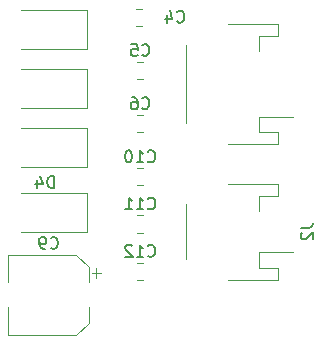
<source format=gbr>
%TF.GenerationSoftware,KiCad,Pcbnew,9.0.6*%
%TF.CreationDate,2025-12-25T16:33:08+05:30*%
%TF.ProjectId,GitHub2,47697448-7562-4322-9e6b-696361645f70,rev?*%
%TF.SameCoordinates,Original*%
%TF.FileFunction,Legend,Bot*%
%TF.FilePolarity,Positive*%
%FSLAX46Y46*%
G04 Gerber Fmt 4.6, Leading zero omitted, Abs format (unit mm)*
G04 Created by KiCad (PCBNEW 9.0.6) date 2025-12-25 16:33:08*
%MOMM*%
%LPD*%
G01*
G04 APERTURE LIST*
%ADD10C,0.150000*%
%ADD11C,0.120000*%
G04 APERTURE END LIST*
D10*
X27192857Y-34179580D02*
X27240476Y-34227200D01*
X27240476Y-34227200D02*
X27383333Y-34274819D01*
X27383333Y-34274819D02*
X27478571Y-34274819D01*
X27478571Y-34274819D02*
X27621428Y-34227200D01*
X27621428Y-34227200D02*
X27716666Y-34131961D01*
X27716666Y-34131961D02*
X27764285Y-34036723D01*
X27764285Y-34036723D02*
X27811904Y-33846247D01*
X27811904Y-33846247D02*
X27811904Y-33703390D01*
X27811904Y-33703390D02*
X27764285Y-33512914D01*
X27764285Y-33512914D02*
X27716666Y-33417676D01*
X27716666Y-33417676D02*
X27621428Y-33322438D01*
X27621428Y-33322438D02*
X27478571Y-33274819D01*
X27478571Y-33274819D02*
X27383333Y-33274819D01*
X27383333Y-33274819D02*
X27240476Y-33322438D01*
X27240476Y-33322438D02*
X27192857Y-33370057D01*
X26240476Y-34274819D02*
X26811904Y-34274819D01*
X26526190Y-34274819D02*
X26526190Y-33274819D01*
X26526190Y-33274819D02*
X26621428Y-33417676D01*
X26621428Y-33417676D02*
X26716666Y-33512914D01*
X26716666Y-33512914D02*
X26811904Y-33560533D01*
X25859523Y-33370057D02*
X25811904Y-33322438D01*
X25811904Y-33322438D02*
X25716666Y-33274819D01*
X25716666Y-33274819D02*
X25478571Y-33274819D01*
X25478571Y-33274819D02*
X25383333Y-33322438D01*
X25383333Y-33322438D02*
X25335714Y-33370057D01*
X25335714Y-33370057D02*
X25288095Y-33465295D01*
X25288095Y-33465295D02*
X25288095Y-33560533D01*
X25288095Y-33560533D02*
X25335714Y-33703390D01*
X25335714Y-33703390D02*
X25907142Y-34274819D01*
X25907142Y-34274819D02*
X25288095Y-34274819D01*
X40154819Y-31816666D02*
X40869104Y-31816666D01*
X40869104Y-31816666D02*
X41011961Y-31769047D01*
X41011961Y-31769047D02*
X41107200Y-31673809D01*
X41107200Y-31673809D02*
X41154819Y-31530952D01*
X41154819Y-31530952D02*
X41154819Y-31435714D01*
X40250057Y-32245238D02*
X40202438Y-32292857D01*
X40202438Y-32292857D02*
X40154819Y-32388095D01*
X40154819Y-32388095D02*
X40154819Y-32626190D01*
X40154819Y-32626190D02*
X40202438Y-32721428D01*
X40202438Y-32721428D02*
X40250057Y-32769047D01*
X40250057Y-32769047D02*
X40345295Y-32816666D01*
X40345295Y-32816666D02*
X40440533Y-32816666D01*
X40440533Y-32816666D02*
X40583390Y-32769047D01*
X40583390Y-32769047D02*
X41154819Y-32197619D01*
X41154819Y-32197619D02*
X41154819Y-32816666D01*
X19238094Y-28454819D02*
X19238094Y-27454819D01*
X19238094Y-27454819D02*
X18999999Y-27454819D01*
X18999999Y-27454819D02*
X18857142Y-27502438D01*
X18857142Y-27502438D02*
X18761904Y-27597676D01*
X18761904Y-27597676D02*
X18714285Y-27692914D01*
X18714285Y-27692914D02*
X18666666Y-27883390D01*
X18666666Y-27883390D02*
X18666666Y-28026247D01*
X18666666Y-28026247D02*
X18714285Y-28216723D01*
X18714285Y-28216723D02*
X18761904Y-28311961D01*
X18761904Y-28311961D02*
X18857142Y-28407200D01*
X18857142Y-28407200D02*
X18999999Y-28454819D01*
X18999999Y-28454819D02*
X19238094Y-28454819D01*
X17809523Y-27788152D02*
X17809523Y-28454819D01*
X18047618Y-27407200D02*
X18285713Y-28121485D01*
X18285713Y-28121485D02*
X17666666Y-28121485D01*
X26716666Y-21679580D02*
X26764285Y-21727200D01*
X26764285Y-21727200D02*
X26907142Y-21774819D01*
X26907142Y-21774819D02*
X27002380Y-21774819D01*
X27002380Y-21774819D02*
X27145237Y-21727200D01*
X27145237Y-21727200D02*
X27240475Y-21631961D01*
X27240475Y-21631961D02*
X27288094Y-21536723D01*
X27288094Y-21536723D02*
X27335713Y-21346247D01*
X27335713Y-21346247D02*
X27335713Y-21203390D01*
X27335713Y-21203390D02*
X27288094Y-21012914D01*
X27288094Y-21012914D02*
X27240475Y-20917676D01*
X27240475Y-20917676D02*
X27145237Y-20822438D01*
X27145237Y-20822438D02*
X27002380Y-20774819D01*
X27002380Y-20774819D02*
X26907142Y-20774819D01*
X26907142Y-20774819D02*
X26764285Y-20822438D01*
X26764285Y-20822438D02*
X26716666Y-20870057D01*
X25859523Y-20774819D02*
X26049999Y-20774819D01*
X26049999Y-20774819D02*
X26145237Y-20822438D01*
X26145237Y-20822438D02*
X26192856Y-20870057D01*
X26192856Y-20870057D02*
X26288094Y-21012914D01*
X26288094Y-21012914D02*
X26335713Y-21203390D01*
X26335713Y-21203390D02*
X26335713Y-21584342D01*
X26335713Y-21584342D02*
X26288094Y-21679580D01*
X26288094Y-21679580D02*
X26240475Y-21727200D01*
X26240475Y-21727200D02*
X26145237Y-21774819D01*
X26145237Y-21774819D02*
X25954761Y-21774819D01*
X25954761Y-21774819D02*
X25859523Y-21727200D01*
X25859523Y-21727200D02*
X25811904Y-21679580D01*
X25811904Y-21679580D02*
X25764285Y-21584342D01*
X25764285Y-21584342D02*
X25764285Y-21346247D01*
X25764285Y-21346247D02*
X25811904Y-21251009D01*
X25811904Y-21251009D02*
X25859523Y-21203390D01*
X25859523Y-21203390D02*
X25954761Y-21155771D01*
X25954761Y-21155771D02*
X26145237Y-21155771D01*
X26145237Y-21155771D02*
X26240475Y-21203390D01*
X26240475Y-21203390D02*
X26288094Y-21251009D01*
X26288094Y-21251009D02*
X26335713Y-21346247D01*
X18966666Y-33509580D02*
X19014285Y-33557200D01*
X19014285Y-33557200D02*
X19157142Y-33604819D01*
X19157142Y-33604819D02*
X19252380Y-33604819D01*
X19252380Y-33604819D02*
X19395237Y-33557200D01*
X19395237Y-33557200D02*
X19490475Y-33461961D01*
X19490475Y-33461961D02*
X19538094Y-33366723D01*
X19538094Y-33366723D02*
X19585713Y-33176247D01*
X19585713Y-33176247D02*
X19585713Y-33033390D01*
X19585713Y-33033390D02*
X19538094Y-32842914D01*
X19538094Y-32842914D02*
X19490475Y-32747676D01*
X19490475Y-32747676D02*
X19395237Y-32652438D01*
X19395237Y-32652438D02*
X19252380Y-32604819D01*
X19252380Y-32604819D02*
X19157142Y-32604819D01*
X19157142Y-32604819D02*
X19014285Y-32652438D01*
X19014285Y-32652438D02*
X18966666Y-32700057D01*
X18490475Y-33604819D02*
X18299999Y-33604819D01*
X18299999Y-33604819D02*
X18204761Y-33557200D01*
X18204761Y-33557200D02*
X18157142Y-33509580D01*
X18157142Y-33509580D02*
X18061904Y-33366723D01*
X18061904Y-33366723D02*
X18014285Y-33176247D01*
X18014285Y-33176247D02*
X18014285Y-32795295D01*
X18014285Y-32795295D02*
X18061904Y-32700057D01*
X18061904Y-32700057D02*
X18109523Y-32652438D01*
X18109523Y-32652438D02*
X18204761Y-32604819D01*
X18204761Y-32604819D02*
X18395237Y-32604819D01*
X18395237Y-32604819D02*
X18490475Y-32652438D01*
X18490475Y-32652438D02*
X18538094Y-32700057D01*
X18538094Y-32700057D02*
X18585713Y-32795295D01*
X18585713Y-32795295D02*
X18585713Y-33033390D01*
X18585713Y-33033390D02*
X18538094Y-33128628D01*
X18538094Y-33128628D02*
X18490475Y-33176247D01*
X18490475Y-33176247D02*
X18395237Y-33223866D01*
X18395237Y-33223866D02*
X18204761Y-33223866D01*
X18204761Y-33223866D02*
X18109523Y-33176247D01*
X18109523Y-33176247D02*
X18061904Y-33128628D01*
X18061904Y-33128628D02*
X18014285Y-33033390D01*
X27192857Y-26179580D02*
X27240476Y-26227200D01*
X27240476Y-26227200D02*
X27383333Y-26274819D01*
X27383333Y-26274819D02*
X27478571Y-26274819D01*
X27478571Y-26274819D02*
X27621428Y-26227200D01*
X27621428Y-26227200D02*
X27716666Y-26131961D01*
X27716666Y-26131961D02*
X27764285Y-26036723D01*
X27764285Y-26036723D02*
X27811904Y-25846247D01*
X27811904Y-25846247D02*
X27811904Y-25703390D01*
X27811904Y-25703390D02*
X27764285Y-25512914D01*
X27764285Y-25512914D02*
X27716666Y-25417676D01*
X27716666Y-25417676D02*
X27621428Y-25322438D01*
X27621428Y-25322438D02*
X27478571Y-25274819D01*
X27478571Y-25274819D02*
X27383333Y-25274819D01*
X27383333Y-25274819D02*
X27240476Y-25322438D01*
X27240476Y-25322438D02*
X27192857Y-25370057D01*
X26240476Y-26274819D02*
X26811904Y-26274819D01*
X26526190Y-26274819D02*
X26526190Y-25274819D01*
X26526190Y-25274819D02*
X26621428Y-25417676D01*
X26621428Y-25417676D02*
X26716666Y-25512914D01*
X26716666Y-25512914D02*
X26811904Y-25560533D01*
X25621428Y-25274819D02*
X25526190Y-25274819D01*
X25526190Y-25274819D02*
X25430952Y-25322438D01*
X25430952Y-25322438D02*
X25383333Y-25370057D01*
X25383333Y-25370057D02*
X25335714Y-25465295D01*
X25335714Y-25465295D02*
X25288095Y-25655771D01*
X25288095Y-25655771D02*
X25288095Y-25893866D01*
X25288095Y-25893866D02*
X25335714Y-26084342D01*
X25335714Y-26084342D02*
X25383333Y-26179580D01*
X25383333Y-26179580D02*
X25430952Y-26227200D01*
X25430952Y-26227200D02*
X25526190Y-26274819D01*
X25526190Y-26274819D02*
X25621428Y-26274819D01*
X25621428Y-26274819D02*
X25716666Y-26227200D01*
X25716666Y-26227200D02*
X25764285Y-26179580D01*
X25764285Y-26179580D02*
X25811904Y-26084342D01*
X25811904Y-26084342D02*
X25859523Y-25893866D01*
X25859523Y-25893866D02*
X25859523Y-25655771D01*
X25859523Y-25655771D02*
X25811904Y-25465295D01*
X25811904Y-25465295D02*
X25764285Y-25370057D01*
X25764285Y-25370057D02*
X25716666Y-25322438D01*
X25716666Y-25322438D02*
X25621428Y-25274819D01*
X27192857Y-30179580D02*
X27240476Y-30227200D01*
X27240476Y-30227200D02*
X27383333Y-30274819D01*
X27383333Y-30274819D02*
X27478571Y-30274819D01*
X27478571Y-30274819D02*
X27621428Y-30227200D01*
X27621428Y-30227200D02*
X27716666Y-30131961D01*
X27716666Y-30131961D02*
X27764285Y-30036723D01*
X27764285Y-30036723D02*
X27811904Y-29846247D01*
X27811904Y-29846247D02*
X27811904Y-29703390D01*
X27811904Y-29703390D02*
X27764285Y-29512914D01*
X27764285Y-29512914D02*
X27716666Y-29417676D01*
X27716666Y-29417676D02*
X27621428Y-29322438D01*
X27621428Y-29322438D02*
X27478571Y-29274819D01*
X27478571Y-29274819D02*
X27383333Y-29274819D01*
X27383333Y-29274819D02*
X27240476Y-29322438D01*
X27240476Y-29322438D02*
X27192857Y-29370057D01*
X26240476Y-30274819D02*
X26811904Y-30274819D01*
X26526190Y-30274819D02*
X26526190Y-29274819D01*
X26526190Y-29274819D02*
X26621428Y-29417676D01*
X26621428Y-29417676D02*
X26716666Y-29512914D01*
X26716666Y-29512914D02*
X26811904Y-29560533D01*
X25288095Y-30274819D02*
X25859523Y-30274819D01*
X25573809Y-30274819D02*
X25573809Y-29274819D01*
X25573809Y-29274819D02*
X25669047Y-29417676D01*
X25669047Y-29417676D02*
X25764285Y-29512914D01*
X25764285Y-29512914D02*
X25859523Y-29560533D01*
X26716666Y-17179580D02*
X26764285Y-17227200D01*
X26764285Y-17227200D02*
X26907142Y-17274819D01*
X26907142Y-17274819D02*
X27002380Y-17274819D01*
X27002380Y-17274819D02*
X27145237Y-17227200D01*
X27145237Y-17227200D02*
X27240475Y-17131961D01*
X27240475Y-17131961D02*
X27288094Y-17036723D01*
X27288094Y-17036723D02*
X27335713Y-16846247D01*
X27335713Y-16846247D02*
X27335713Y-16703390D01*
X27335713Y-16703390D02*
X27288094Y-16512914D01*
X27288094Y-16512914D02*
X27240475Y-16417676D01*
X27240475Y-16417676D02*
X27145237Y-16322438D01*
X27145237Y-16322438D02*
X27002380Y-16274819D01*
X27002380Y-16274819D02*
X26907142Y-16274819D01*
X26907142Y-16274819D02*
X26764285Y-16322438D01*
X26764285Y-16322438D02*
X26716666Y-16370057D01*
X25811904Y-16274819D02*
X26288094Y-16274819D01*
X26288094Y-16274819D02*
X26335713Y-16751009D01*
X26335713Y-16751009D02*
X26288094Y-16703390D01*
X26288094Y-16703390D02*
X26192856Y-16655771D01*
X26192856Y-16655771D02*
X25954761Y-16655771D01*
X25954761Y-16655771D02*
X25859523Y-16703390D01*
X25859523Y-16703390D02*
X25811904Y-16751009D01*
X25811904Y-16751009D02*
X25764285Y-16846247D01*
X25764285Y-16846247D02*
X25764285Y-17084342D01*
X25764285Y-17084342D02*
X25811904Y-17179580D01*
X25811904Y-17179580D02*
X25859523Y-17227200D01*
X25859523Y-17227200D02*
X25954761Y-17274819D01*
X25954761Y-17274819D02*
X26192856Y-17274819D01*
X26192856Y-17274819D02*
X26288094Y-17227200D01*
X26288094Y-17227200D02*
X26335713Y-17179580D01*
X29666666Y-14359580D02*
X29714285Y-14407200D01*
X29714285Y-14407200D02*
X29857142Y-14454819D01*
X29857142Y-14454819D02*
X29952380Y-14454819D01*
X29952380Y-14454819D02*
X30095237Y-14407200D01*
X30095237Y-14407200D02*
X30190475Y-14311961D01*
X30190475Y-14311961D02*
X30238094Y-14216723D01*
X30238094Y-14216723D02*
X30285713Y-14026247D01*
X30285713Y-14026247D02*
X30285713Y-13883390D01*
X30285713Y-13883390D02*
X30238094Y-13692914D01*
X30238094Y-13692914D02*
X30190475Y-13597676D01*
X30190475Y-13597676D02*
X30095237Y-13502438D01*
X30095237Y-13502438D02*
X29952380Y-13454819D01*
X29952380Y-13454819D02*
X29857142Y-13454819D01*
X29857142Y-13454819D02*
X29714285Y-13502438D01*
X29714285Y-13502438D02*
X29666666Y-13550057D01*
X28809523Y-13788152D02*
X28809523Y-14454819D01*
X29047618Y-13407200D02*
X29285713Y-14121485D01*
X29285713Y-14121485D02*
X28666666Y-14121485D01*
D11*
%TO.C,C12*%
X26811252Y-34765000D02*
X26288748Y-34765000D01*
X26811252Y-36235000D02*
X26288748Y-36235000D01*
%TO.C,J2*%
X30390000Y-34490000D02*
X30390000Y-29810000D01*
X33960000Y-28090000D02*
X38210000Y-28090000D01*
X33960000Y-36210000D02*
X38210000Y-36210000D01*
X36610000Y-29110000D02*
X36610000Y-30390000D01*
X36610000Y-33910000D02*
X39500000Y-33910000D01*
X36610000Y-35190000D02*
X36610000Y-33910000D01*
X38210000Y-28090000D02*
X38210000Y-29110000D01*
X38210000Y-29110000D02*
X36610000Y-29110000D01*
X38210000Y-35190000D02*
X36610000Y-35190000D01*
X38210000Y-36210000D02*
X38210000Y-35190000D01*
%TO.C,D4*%
X22010000Y-28850000D02*
X16500000Y-28850000D01*
X22010000Y-28850000D02*
X22010000Y-32150000D01*
X22010000Y-32150000D02*
X16500000Y-32150000D01*
%TO.C,C6*%
X26811252Y-22265000D02*
X26288748Y-22265000D01*
X26811252Y-23735000D02*
X26288748Y-23735000D01*
%TO.C,C9*%
X15390000Y-34090000D02*
X15390000Y-36440000D01*
X15390000Y-40910000D02*
X15390000Y-38560000D01*
X21145563Y-34090000D02*
X15390000Y-34090000D01*
X21145563Y-40910000D02*
X15390000Y-40910000D01*
X22210000Y-35154437D02*
X21145563Y-34090000D01*
X22210000Y-35154437D02*
X22210000Y-36440000D01*
X22210000Y-39845563D02*
X21145563Y-40910000D01*
X22210000Y-39845563D02*
X22210000Y-38560000D01*
X22843750Y-35258750D02*
X22843750Y-36046250D01*
X23237500Y-35652500D02*
X22450000Y-35652500D01*
%TO.C,C10*%
X26811252Y-26765000D02*
X26288748Y-26765000D01*
X26811252Y-28235000D02*
X26288748Y-28235000D01*
%TO.C,C11*%
X26811252Y-30765000D02*
X26288748Y-30765000D01*
X26811252Y-32235000D02*
X26288748Y-32235000D01*
%TO.C,C5*%
X26811252Y-17765000D02*
X26288748Y-17765000D01*
X26811252Y-19235000D02*
X26288748Y-19235000D01*
%TO.C,C4*%
X26711252Y-13265000D02*
X26188748Y-13265000D01*
X26711252Y-14735000D02*
X26188748Y-14735000D01*
%TO.C,D3*%
X22010000Y-23350000D02*
X16500000Y-23350000D01*
X22010000Y-23350000D02*
X22010000Y-26650000D01*
X22010000Y-26650000D02*
X16500000Y-26650000D01*
%TO.C,D1*%
X22010000Y-13350000D02*
X16500000Y-13350000D01*
X22010000Y-13350000D02*
X22010000Y-16650000D01*
X22010000Y-16650000D02*
X16500000Y-16650000D01*
%TO.C,D2*%
X22010000Y-18350000D02*
X16500000Y-18350000D01*
X22010000Y-18350000D02*
X22010000Y-21650000D01*
X22010000Y-21650000D02*
X16500000Y-21650000D01*
%TO.C,J3*%
X30390000Y-22990000D02*
X30390000Y-16310000D01*
X33960000Y-14590000D02*
X38210000Y-14590000D01*
X33960000Y-24710000D02*
X38210000Y-24710000D01*
X36610000Y-15610000D02*
X36610000Y-16890000D01*
X36610000Y-22410000D02*
X39500000Y-22410000D01*
X36610000Y-23690000D02*
X36610000Y-22410000D01*
X38210000Y-14590000D02*
X38210000Y-15610000D01*
X38210000Y-15610000D02*
X36610000Y-15610000D01*
X38210000Y-23690000D02*
X36610000Y-23690000D01*
X38210000Y-24710000D02*
X38210000Y-23690000D01*
%TD*%
M02*

</source>
